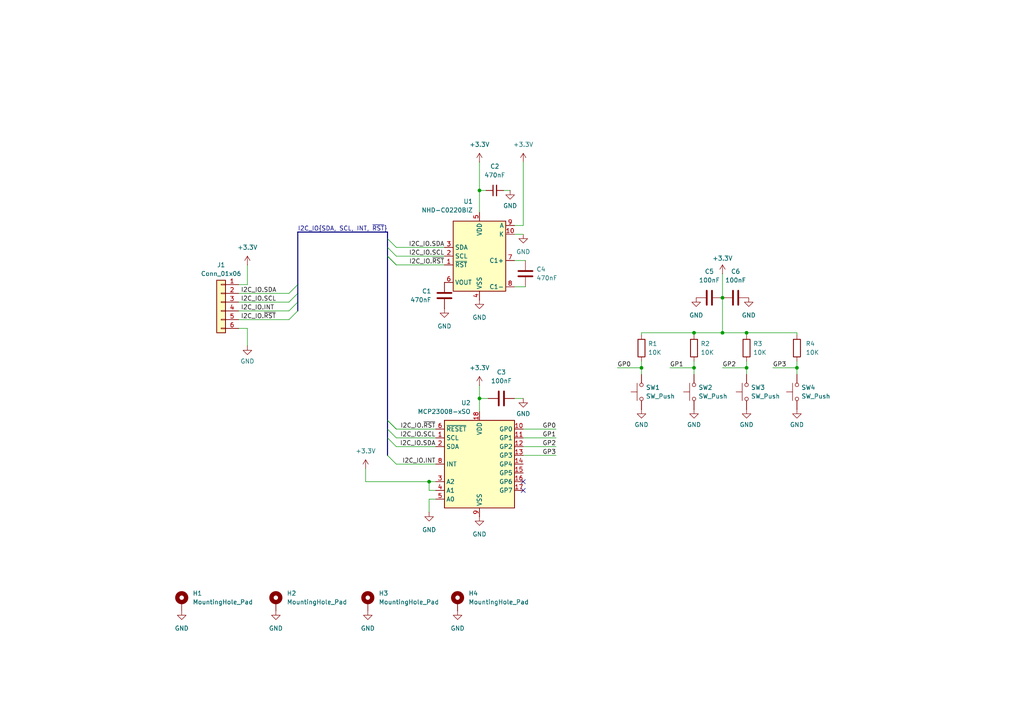
<source format=kicad_sch>
(kicad_sch (version 20250114) (generator "eeschema") (generator_version "9.0")
  (paper "A4")
  (lib_symbols
    (symbol "Connector_Generic:Conn_01x06" (pin_names (offset 1.016) (hide yes))
      (property "Reference" "J" (at 0 7.62 0))
      (property "Value" "Conn_01x06" (at 0 -10.16 0))
      (symbol "Conn_01x06_1_1"
        (rectangle (start -1.27 6.35) (end 1.27 -8.89) (stroke (width 0.254)) (fill (type background)))
        (rectangle (start -1.27 5.207) (end 0 4.953) (stroke (width 0.1524)))
        (rectangle (start -1.27 2.667) (end 0 2.413) (stroke (width 0.1524)))
        (rectangle (start -1.27 0.127) (end 0 -0.127) (stroke (width 0.1524)))
        (rectangle (start -1.27 -2.413) (end 0 -2.667) (stroke (width 0.1524)))
        (rectangle (start -1.27 -4.953) (end 0 -5.207) (stroke (width 0.1524)))
        (rectangle (start -1.27 -7.493) (end 0 -7.747) (stroke (width 0.1524)))
        (pin passive line (at -5.08 5.08 0) (length 3.81) (name "Pin_1") (number "1"))
        (pin passive line (at -5.08 2.54 0) (length 3.81) (name "Pin_2") (number "2"))
        (pin passive line (at -5.08 0 0) (length 3.81) (name "Pin_3") (number "3"))
        (pin passive line (at -5.08 -2.54 0) (length 3.81) (name "Pin_4") (number "4"))
        (pin passive line (at -5.08 -5.08 0) (length 3.81) (name "Pin_5") (number "5"))
        (pin passive line (at -5.08 -7.62 0) (length 3.81) (name "Pin_6") (number "6"))
      )
    )
    (symbol "Device:C" (pin_numbers (hide yes)) (pin_names (offset 0.254))
      (property "Reference" "C" (at 0.635 2.54 0))
      (property "Value" "C" (at 0.635 -2.54 0))
      (symbol "C_0_1"
        (polyline (pts (xy -2.032 0.762) (xy 2.032 0.762)) (stroke (width 0.508)))
        (polyline (pts (xy -2.032 -0.762) (xy 2.032 -0.762)) (stroke (width 0.508)))
      )
      (symbol "C_1_1"
        (pin passive line (at 0 3.81 270) (length 2.794) (name "~") (number "1"))
        (pin passive line (at 0 -3.81 90) (length 2.794) (name "~") (number "2"))
      )
    )
    (symbol "Device:C_Small" (pin_numbers (hide yes)) (pin_names (offset 0.254) (hide yes))
      (property "Reference" "C" (at 0.254 1.778 0))
      (property "Value" "C_Small" (at 0.254 -2.032 0))
      (symbol "C_Small_0_1"
        (polyline (pts (xy -1.524 0.508) (xy 1.524 0.508)) (stroke (width 0.3048)))
        (polyline (pts (xy -1.524 -0.508) (xy 1.524 -0.508)) (stroke (width 0.3302)))
      )
      (symbol "C_Small_1_1"
        (pin passive line (at 0 2.54 270) (length 2.032) (name "~") (number "1"))
        (pin passive line (at 0 -2.54 90) (length 2.032) (name "~") (number "2"))
      )
    )
    (symbol "Device:R" (pin_numbers (hide yes)) (pin_names (offset 0))
      (property "Reference" "R" (at 2.032 0 90))
      (property "Value" "R" (at 0 0 90))
      (symbol "R_0_1"
        (rectangle (start -1.016 -2.54) (end 1.016 2.54) (stroke (width 0.254)))
      )
      (symbol "R_1_1"
        (pin passive line (at 0 3.81 270) (length 1.27) (name "~") (number "1"))
        (pin passive line (at 0 -3.81 90) (length 1.27) (name "~") (number "2"))
      )
    )
    (symbol "Display_Character:NHD-C0220BIZ"
      (property "Reference" "U9" (at 2.1433 15.24 0))
      (property "Value" "NHD-C0220BIZ" (at 2.1433 12.7 0))
      (symbol "NHD-C0220BIZ_0_1"
        (rectangle (start -7.62 10.16) (end 7.62 -10.16) (stroke (width 0.254)) (fill (type background)))
      )
      (symbol "NHD-C0220BIZ_1_1"
        (pin bidirectional line (at -10.16 2.54 0) (length 2.54) (name "SDA") (number "3"))
        (pin input line (at -10.16 0 0) (length 2.54) (name "SCL") (number "2"))
        (pin input line (at -10.16 -2.54 0) (length 2.54) (name "~{RST}") (number "1"))
        (pin passive line (at -10.16 -7.62 0) (length 2.54) (name "VOUT") (number "6"))
        (pin power_in line (at 0 12.7 270) (length 2.54) (name "VDD") (number "5"))
        (pin power_in line (at 0 -12.7 90) (length 2.54) (name "VSS") (number "4"))
        (pin passive line (at 10.16 8.89 180) (length 2.54) (name "A") (number "9"))
        (pin passive line (at 10.16 6.35 180) (length 2.54) (name "K") (number "10"))
        (pin passive line (at 10.16 -1.27 180) (length 2.54) (name "C1+") (number "7"))
        (pin passive line (at 10.16 -8.89 180) (length 2.54) (name "C1-") (number "8"))
      )
    )
    (symbol "Interface_Expansion:MCP23008-xSO"
      (property "Reference" "U" (at -8.89 13.97 0))
      (property "Value" "MCP23008-xSO" (at 8.89 13.97 0))
      (symbol "MCP23008-xSO_0_1"
        (rectangle (start -10.16 12.7) (end 10.16 -12.7) (stroke (width 0.254)) (fill (type background)))
      )
      (symbol "MCP23008-xSO_1_1"
        (pin input line (at -12.7 10.16 0) (length 2.54) (name "~{RESET}") (number "6"))
        (pin input line (at -12.7 7.62 0) (length 2.54) (name "SCL") (number "1"))
        (pin bidirectional line (at -12.7 5.08 0) (length 2.54) (name "SDA") (number "2"))
        (pin output line (at -12.7 0 0) (length 2.54) (name "INT") (number "8"))
        (pin input line (at -12.7 -5.08 0) (length 2.54) (name "A2") (number "3"))
        (pin input line (at -12.7 -7.62 0) (length 2.54) (name "A1") (number "4"))
        (pin input line (at -12.7 -10.16 0) (length 2.54) (name "A0") (number "5"))
        (pin no_connect line (at -10.16 -2.54 0) (length 2.54) (hide yes) (name "NC") (number "7"))
        (pin power_in line (at 0 15.24 270) (length 2.54) (name "VDD") (number "18"))
        (pin power_in line (at 0 -15.24 90) (length 2.54) (name "VSS") (number "9"))
        (pin bidirectional line (at 12.7 10.16 180) (length 2.54) (name "GP0") (number "10"))
        (pin bidirectional line (at 12.7 7.62 180) (length 2.54) (name "GP1") (number "11"))
        (pin bidirectional line (at 12.7 5.08 180) (length 2.54) (name "GP2") (number "12"))
        (pin bidirectional line (at 12.7 2.54 180) (length 2.54) (name "GP3") (number "13"))
        (pin bidirectional line (at 12.7 0 180) (length 2.54) (name "GP4") (number "14"))
        (pin bidirectional line (at 12.7 -2.54 180) (length 2.54) (name "GP5") (number "15"))
        (pin bidirectional line (at 12.7 -5.08 180) (length 2.54) (name "GP6") (number "16"))
        (pin bidirectional line (at 12.7 -7.62 180) (length 2.54) (name "GP7") (number "17"))
      )
    )
    (symbol "Mechanical:MountingHole_Pad" (pin_numbers (hide yes)) (pin_names (offset 1.016) (hide yes)) (in_bom no)
      (property "Reference" "H" (at 0 6.35 0))
      (property "Value" "MountingHole_Pad" (at 0 4.445 0))
      (symbol "MountingHole_Pad_0_1"
        (circle (center 0 1.27) (radius 1.27) (stroke (width 1.27)))
      )
      (symbol "MountingHole_Pad_1_1"
        (pin input line (at 0 -2.54 90) (length 2.54) (name "1") (number "1"))
      )
    )
    (symbol "Switch:SW_Push" (pin_numbers (hide yes)) (pin_names (offset 1.016) (hide yes))
      (property "Reference" "SW" (at 1.27 2.54 0))
      (property "Value" "SW_Push" (at 0 -1.524 0))
      (symbol "SW_Push_0_1"
        (circle (center -2.032 0) (radius 0.508))
        (polyline (pts (xy 0 1.27) (xy 0 3.048)))
        (circle (center 2.032 0) (radius 0.508))
        (polyline (pts (xy 2.54 1.27) (xy -2.54 1.27)))
        (pin passive line (at -5.08 0 0) (length 2.54) (name "1") (number "1"))
        (pin passive line (at 5.08 0 180) (length 2.54) (name "2") (number "2"))
      )
    )
    (symbol "power:+3.3V" (power) (pin_numbers (hide yes)) (pin_names (offset 0) (hide yes))
      (property "Value" "+3.3V" (at 0 3.556 0))
      (symbol "+3.3V_0_1"
        (polyline (pts (xy -0.762 1.27) (xy 0 2.54)))
        (polyline (pts (xy 0 2.54) (xy 0.762 1.27)))
        (polyline (pts (xy 0 0) (xy 0 2.54)))
      )
      (symbol "+3.3V_1_1"
        (pin power_in line (at 0 0 90) (length 0) (name "~") (number "1"))
      )
    )
    (symbol "power:GND" (power) (pin_numbers (hide yes)) (pin_names (offset 0) (hide yes))
      (property "Value" "GND" (at 0 -3.81 0))
      (symbol "GND_0_1"
        (polyline (pts (xy 0 0) (xy 0 -1.27) (xy 1.27 -1.27) (xy 0 -2.54) (xy -1.27 -1.27) (xy 0 -1.27)))
      )
      (symbol "GND_1_1"
        (pin power_in line (at 0 0 270) (length 0) (name "~") (number "1"))
      )
    )
  )
  (junction (at 231.14 106.68))
  (junction (at 209.55 86.36))
  (junction (at 216.535 106.68))
  (junction (at 124.46 139.7))
  (junction (at 139.065 55.245))
  (junction (at 216.535 96.52))
  (junction (at 186.055 106.68))
  (junction (at 201.295 96.52))
  (junction (at 201.295 106.68))
  (junction (at 139.065 115.57))
  (junction (at 209.55 96.52))
  (no_connect (at 151.765 139.7))
  (no_connect (at 151.765 142.24))
  (bus_entry (at 112.395 74.295) (size 2.54 2.54))
  (bus_entry (at 86.36 85.09) (size -2.54 2.54))
  (bus_entry (at 112.395 69.215) (size 2.54 2.54))
  (bus_entry (at 112.395 121.92) (size 2.54 2.54))
  (bus_entry (at 112.395 132.08) (size 2.54 2.54))
  (bus_entry (at 86.36 82.55) (size -2.54 2.54))
  (bus_entry (at 112.395 74.295) (size 2.54 2.54))
  (bus_entry (at 86.36 87.63) (size -2.54 2.54))
  (bus_entry (at 112.395 71.755) (size 2.54 2.54))
  (bus_entry (at 112.395 127) (size 2.54 2.54))
  (bus_entry (at 112.395 124.46) (size 2.54 2.54))
  (bus_entry (at 86.36 90.17) (size -2.54 2.54))
  (bus_entry (at 112.395 121.92) (size 2.54 2.54))
  (wire (pts (xy 186.055 97.155) (xy 186.055 96.52)))
  (wire (pts (xy 231.14 108.585) (xy 231.14 106.68)))
  (wire (pts (xy 124.46 139.7) (xy 124.46 142.24)))
  (wire (pts (xy 139.065 46.99) (xy 139.065 55.245)))
  (wire (pts (xy 114.935 74.295) (xy 128.905 74.295)))
  (wire (pts (xy 69.215 87.63) (xy 83.82 87.63)))
  (wire (pts (xy 151.765 132.08) (xy 161.29 132.08)))
  (wire (pts (xy 126.365 142.24) (xy 124.46 142.24)))
  (bus (pts (xy 112.395 121.92) (xy 112.395 124.46)))
  (wire (pts (xy 224.155 106.68) (xy 231.14 106.68)))
  (wire (pts (xy 209.55 96.52) (xy 216.535 96.52)))
  (wire (pts (xy 69.215 92.71) (xy 83.82 92.71)))
  (wire (pts (xy 231.14 97.155) (xy 231.14 96.52)))
  (bus (pts (xy 112.395 127) (xy 112.395 132.08)))
  (wire (pts (xy 106.045 139.7) (xy 124.46 139.7)))
  (wire (pts (xy 71.755 95.25) (xy 69.215 95.25)))
  (wire (pts (xy 139.065 55.245) (xy 140.97 55.245)))
  (wire (pts (xy 231.14 96.52) (xy 216.535 96.52)))
  (wire (pts (xy 146.05 55.245) (xy 147.955 55.245)))
  (bus (pts (xy 112.395 74.295) (xy 112.395 121.92)))
  (wire (pts (xy 114.935 76.835) (xy 128.905 76.835)))
  (wire (pts (xy 231.14 106.68) (xy 231.14 104.775)))
  (wire (pts (xy 194.31 106.68) (xy 201.295 106.68)))
  (bus (pts (xy 112.395 67.31) (xy 112.395 69.215)))
  (wire (pts (xy 71.755 100.33) (xy 71.755 95.25)))
  (wire (pts (xy 201.295 106.68) (xy 201.295 104.775)))
  (wire (pts (xy 139.065 115.57) (xy 139.065 119.38)))
  (bus (pts (xy 112.395 69.215) (xy 112.395 71.755)))
  (wire (pts (xy 106.045 135.89) (xy 106.045 139.7)))
  (wire (pts (xy 69.215 90.17) (xy 83.82 90.17)))
  (wire (pts (xy 151.765 129.54) (xy 161.29 129.54)))
  (bus (pts (xy 112.395 71.755) (xy 112.395 74.295)))
  (wire (pts (xy 186.055 108.585) (xy 186.055 106.68)))
  (wire (pts (xy 69.215 85.09) (xy 83.82 85.09)))
  (bus (pts (xy 86.36 67.31) (xy 112.395 67.31)))
  (bus (pts (xy 86.36 85.09) (xy 86.36 87.63)))
  (wire (pts (xy 139.065 55.245) (xy 139.065 61.595)))
  (wire (pts (xy 114.935 124.46) (xy 126.365 124.46)))
  (wire (pts (xy 179.07 106.68) (xy 186.055 106.68)))
  (wire (pts (xy 124.46 144.78) (xy 124.46 148.59)))
  (wire (pts (xy 114.935 71.755) (xy 128.905 71.755)))
  (wire (pts (xy 71.755 76.835) (xy 71.755 82.55)))
  (wire (pts (xy 209.55 79.375) (xy 209.55 86.36)))
  (wire (pts (xy 151.765 65.405) (xy 149.225 65.405)))
  (wire (pts (xy 151.765 67.945) (xy 149.225 67.945)))
  (bus (pts (xy 112.395 124.46) (xy 112.395 127)))
  (wire (pts (xy 114.935 134.62) (xy 126.365 134.62)))
  (bus (pts (xy 86.36 87.63) (xy 86.36 90.17)))
  (wire (pts (xy 216.535 106.68) (xy 216.535 104.775)))
  (wire (pts (xy 149.225 115.57) (xy 151.765 115.57)))
  (wire (pts (xy 69.215 82.55) (xy 71.755 82.55)))
  (wire (pts (xy 216.535 97.155) (xy 216.535 96.52)))
  (wire (pts (xy 186.055 96.52) (xy 201.295 96.52)))
  (wire (pts (xy 151.765 46.99) (xy 151.765 65.405)))
  (wire (pts (xy 186.055 106.68) (xy 186.055 104.775)))
  (wire (pts (xy 124.46 139.7) (xy 126.365 139.7)))
  (wire (pts (xy 149.225 75.565) (xy 152.4 75.565)))
  (wire (pts (xy 124.46 144.78) (xy 126.365 144.78)))
  (wire (pts (xy 151.765 124.46) (xy 161.29 124.46)))
  (wire (pts (xy 201.295 96.52) (xy 209.55 96.52)))
  (wire (pts (xy 114.935 129.54) (xy 126.365 129.54)))
  (wire (pts (xy 141.605 115.57) (xy 139.065 115.57)))
  (bus (pts (xy 86.36 67.31) (xy 86.36 82.55)))
  (wire (pts (xy 201.295 97.155) (xy 201.295 96.52)))
  (wire (pts (xy 139.065 111.76) (xy 139.065 115.57)))
  (wire (pts (xy 216.535 108.585) (xy 216.535 106.68)))
  (wire (pts (xy 201.295 108.585) (xy 201.295 106.68)))
  (bus (pts (xy 86.36 82.55) (xy 86.36 85.09)))
  (wire (pts (xy 209.55 106.68) (xy 216.535 106.68)))
  (wire (pts (xy 209.55 86.36) (xy 209.55 96.52)))
  (wire (pts (xy 151.765 127) (xy 161.29 127)))
  (wire (pts (xy 114.935 127) (xy 126.365 127)))
  (wire (pts (xy 152.4 83.185) (xy 149.225 83.185)))
  (label "I2C_IO{SDA, SCL, INT, ~{RST}}" (at 86.36 67.31 0))
  (label "GP2" (at 209.55 106.68 0))
  (label "I2C_IO.~{RST}" (at 128.905 76.835 180))
  (label "I2C_IO.SDA" (at 69.85 85.09 0))
  (label "GP3" (at 161.29 132.08 180))
  (label "GP0" (at 161.29 124.46 180))
  (label "I2C_IO.SCL" (at 128.905 74.295 180))
  (label "GP1" (at 194.31 106.68 0))
  (label "I2C_IO.INT" (at 126.365 134.62 180))
  (label "I2C_IO.~{RST}" (at 69.85 92.71 0))
  (label "GP2" (at 161.29 129.54 180))
  (label "I2C_IO.SDA" (at 126.365 129.54 180))
  (label "I2C_IO.SCL" (at 126.365 127 180))
  (label "GP1" (at 161.29 127 180))
  (label "I2C_IO.~{RST}" (at 126.365 124.46 180))
  (label "I2C_IO.INT" (at 69.85 90.17 0))
  (label "GP3" (at 224.155 106.68 0))
  (label "GP0" (at 179.07 106.68 0))
  (label "I2C_IO.SDA" (at 128.905 71.755 180))
  (label "I2C_IO.SCL" (at 69.85 87.63 0))
  (symbol (lib_id "Device:R") (at 231.14 100.965 0) (unit 1)
    (property "Reference" "R4" (at 233.68 99.6949 0) (effects (justify left)))
    (property "Value" "10K" (at 233.68 102.2349 0) (effects (justify left)))
    (property "Description" "Resistor" (effects (hide yes)))
  )
  (symbol (lib_id "power:GND") (at 216.535 118.745 0) (unit 1)
    (property "Reference" "#PWR?" (effects (hide yes)))
    (property "Value" "GND" (at 216.535 123.19 0))
    (property "Description" "Power symbol creates a global label with name \"GND\" , ground" (effects (hide yes)))
  )
  (symbol (lib_id "power:GND") (at 201.295 118.745 0) (unit 1)
    (property "Reference" "#PWR?" (effects (hide yes)))
    (property "Value" "GND" (at 201.295 123.19 0))
    (property "Description" "Power symbol creates a global label with name \"GND\" , ground" (effects (hide yes)))
  )
  (symbol (lib_id "power:+3.3V") (at 151.765 46.99 0) (unit 1)
    (property "Reference" "#PWR015" (effects (hide yes)))
    (property "Value" "+3.3V" (at 151.765 41.91 0))
    (property "Description" "Power symbol creates a global label with name \"+3.3V\"" (effects (hide yes)))
  )
  (symbol (lib_id "power:GND") (at 52.705 177.165 0) (unit 1)
    (property "Reference" "#PWR03" (effects (hide yes)))
    (property "Value" "GND" (at 52.705 182.245 0))
    (property "Description" "Power symbol creates a global label with name \"GND\" , ground" (effects (hide yes)))
  )
  (symbol (lib_id "power:GND") (at 186.055 118.745 0) (unit 1)
    (property "Reference" "#PWR021" (effects (hide yes)))
    (property "Value" "GND" (at 186.055 123.19 0))
    (property "Description" "Power symbol creates a global label with name \"GND\" , ground" (effects (hide yes)))
  )
  (symbol (lib_id "Mechanical:MountingHole_Pad") (at 52.705 174.625 0) (unit 1) (in_bom no)
    (property "Reference" "H1" (at 55.88 172.0849 0) (effects (justify left)))
    (property "Value" "MountingHole_Pad" (at 55.88 174.6249 0) (effects (justify left)))
    (property "Description" "Mounting Hole with connection" (effects (hide yes)))
  )
  (symbol (lib_id "power:+3.3V") (at 209.55 79.375 0) (unit 1)
    (property "Reference" "#PWR018" (effects (hide yes)))
    (property "Value" "+3.3V" (at 209.55 74.93 0))
    (property "Description" "Power symbol creates a global label with name \"+3.3V\"" (effects (hide yes)))
  )
  (symbol (lib_id "Device:C") (at 128.905 85.725 0) (mirror y) (unit 1)
    (property "Reference" "C1" (at 125.095 84.4549 0) (effects (justify left)))
    (property "Value" "470nF" (at 125.095 86.9949 0) (effects (justify left)))
    (property "Description" "Unpolarized capacitor" (effects (hide yes)))
  )
  (symbol (lib_id "power:+3.3V") (at 139.065 111.76 0) (unit 1)
    (property "Reference" "#PWR011" (effects (hide yes)))
    (property "Value" "+3.3V" (at 139.065 106.68 0))
    (property "Description" "Power symbol creates a global label with name \"+3.3V\"" (effects (hide yes)))
  )
  (symbol (lib_id "Device:R") (at 216.535 100.965 0) (unit 1)
    (property "Reference" "R3" (at 218.44 99.6949 0) (effects (justify left)))
    (property "Value" "10K" (at 218.44 102.2349 0) (effects (justify left)))
    (property "Description" "Resistor" (effects (hide yes)))
  )
  (symbol (lib_id "power:GND") (at 124.46 148.59 0) (unit 1)
    (property "Reference" "#PWR06" (effects (hide yes)))
    (property "Value" "GND" (at 124.46 153.67 0))
    (property "Description" "Power symbol creates a global label with name \"GND\" , ground" (effects (hide yes)))
  )
  (symbol (lib_id "power:GND") (at 151.765 67.945 0) (unit 1)
    (property "Reference" "#PWR016" (effects (hide yes)))
    (property "Value" "GND" (at 151.765 73.025 0))
    (property "Description" "Power symbol creates a global label with name \"GND\" , ground" (effects (hide yes)))
  )
  (symbol (lib_id "Mechanical:MountingHole_Pad") (at 106.68 174.625 0) (unit 1) (in_bom no)
    (property "Reference" "H3" (at 109.855 172.0849 0) (effects (justify left)))
    (property "Value" "MountingHole_Pad" (at 109.855 174.6249 0) (effects (justify left)))
    (property "Description" "Mounting Hole with connection" (effects (hide yes)))
  )
  (symbol (lib_id "power:GND") (at 139.065 149.86 0) (unit 1)
    (property "Reference" "#PWR012" (effects (hide yes)))
    (property "Value" "GND" (at 139.065 154.94 0))
    (property "Description" "Power symbol creates a global label with name \"GND\" , ground" (effects (hide yes)))
  )
  (symbol (lib_id "power:GND") (at 128.905 89.535 0) (unit 1)
    (property "Reference" "#PWR07" (effects (hide yes)))
    (property "Value" "GND" (at 128.905 94.615 0))
    (property "Description" "Power symbol creates a global label with name \"GND\" , ground" (effects (hide yes)))
  )
  (symbol (lib_id "power:GND") (at 147.955 55.245 0) (unit 1)
    (property "Reference" "#PWR013" (effects (hide yes)))
    (property "Value" "GND" (at 147.955 59.69 0))
    (property "Description" "Power symbol creates a global label with name \"GND\" , ground" (effects (hide yes)))
  )
  (symbol (lib_id "power:+3.3V") (at 139.065 46.99 0) (unit 1)
    (property "Reference" "#PWR09" (effects (hide yes)))
    (property "Value" "+3.3V" (at 139.065 41.91 0))
    (property "Description" "Power symbol creates a global label with name \"+3.3V\"" (effects (hide yes)))
  )
  (symbol (lib_id "Device:C") (at 205.74 86.36 90) (unit 1)
    (property "Reference" "C5" (at 205.74 78.74 90))
    (property "Value" "100nF" (at 205.74 81.28 90))
    (property "Description" "Unpolarized capacitor" (effects (hide yes)))
  )
  (symbol (lib_id "Switch:SW_Push") (at 201.295 113.665 90) (unit 1)
    (property "Reference" "SW2" (at 202.565 112.3949 90) (effects (justify right)))
    (property "Value" "SW_Push" (at 202.565 114.9349 90) (effects (justify right)))
    (property "Description" "Push button switch, generic, two pins" (effects (hide yes)))
  )
  (symbol (lib_id "power:+3.3V") (at 71.755 76.835 0) (unit 1)
    (property "Reference" "#PWR01" (effects (hide yes)))
    (property "Value" "+3.3V" (at 71.755 71.755 0))
    (property "Description" "Power symbol creates a global label with name \"+3.3V\"" (effects (hide yes)))
  )
  (symbol (lib_id "power:GND") (at 80.01 177.165 0) (unit 1)
    (property "Reference" "#PWR04" (effects (hide yes)))
    (property "Value" "GND" (at 80.01 182.245 0))
    (property "Description" "Power symbol creates a global label with name \"GND\" , ground" (effects (hide yes)))
  )
  (symbol (lib_id "Switch:SW_Push") (at 216.535 113.665 90) (unit 1)
    (property "Reference" "SW3" (at 217.805 112.3949 90) (effects (justify right)))
    (property "Value" "SW_Push" (at 217.805 114.9349 90) (effects (justify right)))
    (property "Description" "Push button switch, generic, two pins" (effects (hide yes)))
  )
  (symbol (lib_id "Device:C_Small") (at 143.51 55.245 90) (unit 1)
    (property "Reference" "C2" (at 143.5163 48.26 90))
    (property "Value" "470nF" (at 143.5163 50.8 90))
    (property "Description" "Unpolarized capacitor, small symbol" (effects (hide yes)))
  )
  (symbol (lib_id "Device:R") (at 186.055 100.965 0) (unit 1)
    (property "Reference" "R1" (at 187.96 99.6949 0) (effects (justify left)))
    (property "Value" "10K" (at 187.96 102.2349 0) (effects (justify left)))
    (property "Description" "Resistor" (effects (hide yes)))
  )
  (symbol (lib_id "Interface_Expansion:MCP23008-xSO") (at 139.065 134.62 0) (unit 1)
    (property "Reference" "U2" (at 136.525 116.84 0) (effects (justify right)))
    (property "Value" "MCP23008-xSO" (at 136.525 119.38 0) (effects (justify right)))
    (property "Footprint" "Package_SO:SOIC-18W_7.5x11.6mm_P1.27mm" (effects (hide yes)))
    (property "Datasheet" "http://ww1.microchip.com/downloads/en/DeviceDoc/MCP23008-MCP23S08-Data-Sheet-20001919F.pdf" (effects (hide yes)))
    (property "Description" "8-bit I/O expander, I2C, interrupts, SOIC-18" (effects (hide yes)))
  )
  (symbol (lib_id "Switch:SW_Push") (at 231.14 113.665 90) (unit 1)
    (property "Reference" "SW4" (at 232.41 112.3949 90) (effects (justify right)))
    (property "Value" "SW_Push" (at 232.41 114.9349 90) (effects (justify right)))
    (property "Description" "Push button switch, generic, two pins" (effects (hide yes)))
  )
  (symbol (lib_id "Mechanical:MountingHole_Pad") (at 80.01 174.625 0) (unit 1) (in_bom no)
    (property "Reference" "H2" (at 83.185 172.0849 0) (effects (justify left)))
    (property "Value" "MountingHole_Pad" (at 83.185 174.6249 0) (effects (justify left)))
    (property "Description" "Mounting Hole with connection" (effects (hide yes)))
  )
  (symbol (lib_id "Device:R") (at 201.295 100.965 0) (unit 1)
    (property "Reference" "R2" (at 203.2 99.6949 0) (effects (justify left)))
    (property "Value" "10K" (at 203.2 102.2349 0) (effects (justify left)))
    (property "Description" "Resistor" (effects (hide yes)))
  )
  (symbol (lib_id "Device:C") (at 145.415 115.57 90) (unit 1)
    (property "Reference" "C3" (at 145.415 107.95 90))
    (property "Value" "100nF" (at 145.415 110.49 90))
    (property "Description" "Unpolarized capacitor" (effects (hide yes)))
  )
  (symbol (lib_id "power:GND") (at 71.755 100.33 0) (unit 1)
    (property "Reference" "#PWR02" (effects (hide yes)))
    (property "Value" "GND" (at 71.755 104.775 0))
    (property "Description" "Power symbol creates a global label with name \"GND\" , ground" (effects (hide yes)))
  )
  (symbol (lib_id "power:GND") (at 217.17 86.36 0) (unit 1)
    (property "Reference" "#PWR020" (effects (hide yes)))
    (property "Value" "GND" (at 217.17 91.44 0))
    (property "Description" "Power symbol creates a global label with name \"GND\" , ground" (effects (hide yes)))
  )
  (symbol (lib_id "power:GND") (at 151.765 115.57 0) (unit 1)
    (property "Reference" "#PWR014" (effects (hide yes)))
    (property "Value" "GND" (at 151.765 120.015 0))
    (property "Description" "Power symbol creates a global label with name \"GND\" , ground" (effects (hide yes)))
  )
  (symbol (lib_id "power:GND") (at 132.715 177.165 0) (unit 1)
    (property "Reference" "#PWR017" (effects (hide yes)))
    (property "Value" "GND" (at 132.715 182.245 0))
    (property "Description" "Power symbol creates a global label with name \"GND\" , ground" (effects (hide yes)))
  )
  (symbol (lib_id "power:GND") (at 231.14 118.745 0) (unit 1)
    (property "Reference" "#PWR?" (effects (hide yes)))
    (property "Value" "GND" (at 231.14 123.19 0))
    (property "Description" "Power symbol creates a global label with name \"GND\" , ground" (effects (hide yes)))
  )
  (symbol (lib_id "Device:C") (at 213.36 86.36 90) (unit 1)
    (property "Reference" "C6" (at 213.36 78.74 90))
    (property "Value" "100nF" (at 213.36 81.28 90))
    (property "Description" "Unpolarized capacitor" (effects (hide yes)))
  )
  (symbol (lib_id "power:GND") (at 106.68 177.165 0) (unit 1)
    (property "Reference" "#PWR08" (effects (hide yes)))
    (property "Value" "GND" (at 106.68 182.245 0))
    (property "Description" "Power symbol creates a global label with name \"GND\" , ground" (effects (hide yes)))
  )
  (symbol (lib_id "power:+3.3V") (at 106.045 135.89 0) (unit 1)
    (property "Reference" "#PWR05" (effects (hide yes)))
    (property "Value" "+3.3V" (at 106.045 130.81 0))
    (property "Description" "Power symbol creates a global label with name \"+3.3V\"" (effects (hide yes)))
  )
  (symbol (lib_id "power:GND") (at 139.065 86.995 0) (unit 1)
    (property "Reference" "#PWR010" (effects (hide yes)))
    (property "Value" "GND" (at 139.065 92.075 0))
    (property "Description" "Power symbol creates a global label with name \"GND\" , ground" (effects (hide yes)))
  )
  (symbol (lib_id "Connector_Generic:Conn_01x06") (at 64.135 87.63 0) (mirror y) (unit 1)
    (property "Reference" "J1" (at 64.135 76.835 0))
    (property "Value" "Conn_01x06" (at 64.135 79.375 0))
    (property "Description" "Generic connector, single row, 01x06, script generated (kicad-library-utils/schlib/autogen/connector/)" (effects (hide yes)))
  )
  (symbol (lib_id "Device:C") (at 152.4 79.375 0) (unit 1)
    (property "Reference" "C4" (at 155.575 78.1049 0) (effects (justify left)))
    (property "Value" "470nF" (at 155.575 80.6449 0) (effects (justify left)))
    (property "Description" "Unpolarized capacitor" (effects (hide yes)))
  )
  (symbol (lib_id "Mechanical:MountingHole_Pad") (at 132.715 174.625 0) (unit 1) (in_bom no)
    (property "Reference" "H4" (at 135.89 172.0849 0) (effects (justify left)))
    (property "Value" "MountingHole_Pad" (at 135.89 174.6249 0) (effects (justify left)))
    (property "Description" "Mounting Hole with connection" (effects (hide yes)))
  )
  (symbol (lib_id "Switch:SW_Push") (at 186.055 113.665 90) (unit 1)
    (property "Reference" "SW1" (at 187.325 112.3949 90) (effects (justify right)))
    (property "Value" "SW_Push" (at 187.325 114.9349 90) (effects (justify right)))
    (property "Description" "Push button switch, generic, two pins" (effects (hide yes)))
  )
  (symbol (lib_id "power:GND") (at 201.93 86.36 0) (unit 1)
    (property "Reference" "#PWR019" (effects (hide yes)))
    (property "Value" "GND" (at 201.93 91.44 0))
    (property "Description" "Power symbol creates a global label with name \"GND\" , ground" (effects (hide yes)))
  )
  (symbol (lib_id "Display_Character:NHD-C0220BIZ") (at 139.065 74.295 0) (unit 1)
    (property "Reference" "U1" (at 137.16 58.42 0) (effects (justify right)))
    (property "Value" "NHD-C0220BIZ" (at 137.16 60.96 0) (effects (justify right)))
    (property "Footprint" "Display:NHD-C0220BiZ" (effects (hide yes)))
    (property "Datasheet" "http://www.newhavendisplay.com/specs/NHD-C0220BiZ-FSW-FBW-3V3M.pdf" (effects (hide yes)))
    (property "Description" "LCD 20x2 Alphanumeric 10pin Blue/White/Green Backlight, i2c, 3.3V VDD" (effects (hide yes)))
  )
)
</source>
